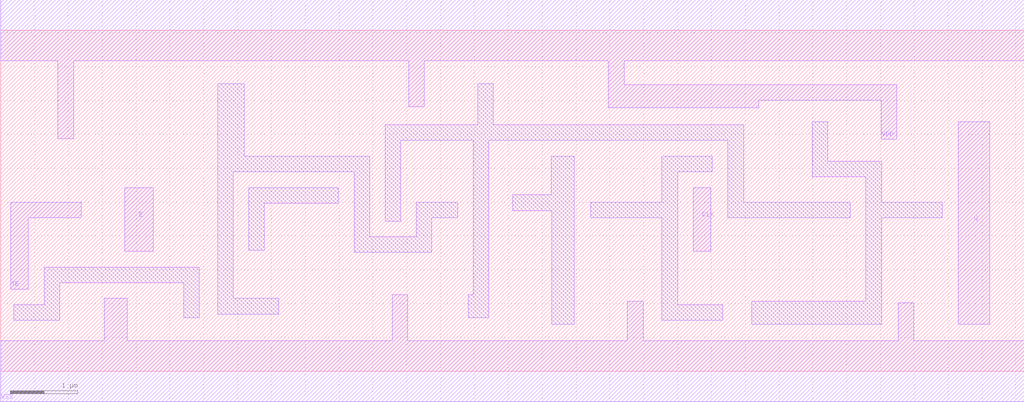
<source format=lef>
# Copyright 2022 GlobalFoundries PDK Authors
#
# Licensed under the Apache License, Version 2.0 (the "License");
# you may not use this file except in compliance with the License.
# You may obtain a copy of the License at
#
#      http://www.apache.org/licenses/LICENSE-2.0
#
# Unless required by applicable law or agreed to in writing, software
# distributed under the License is distributed on an "AS IS" BASIS,
# WITHOUT WARRANTIES OR CONDITIONS OF ANY KIND, either express or implied.
# See the License for the specific language governing permissions and
# limitations under the License.

MACRO gf180mcu_fd_sc_mcu9t5v0__icgtp_1
  CLASS core ;
  FOREIGN gf180mcu_fd_sc_mcu9t5v0__icgtp_1 0.0 0.0 ;
  ORIGIN 0 0 ;
  SYMMETRY X Y ;
  SITE GF018hv5v_green_sc9 ;
  SIZE 15.12 BY 5.04 ;
  PIN CLK
    DIRECTION INPUT ;
    USE clock ;
    ANTENNAGATEAREA 2.22 ;
    PORT
      LAYER METAL1 ;
        POLYGON 10.23 1.77 10.49 1.77 10.49 2.71 10.23 2.71  ;
    END
  END CLK
  PIN E
    DIRECTION INPUT ;
    ANTENNAGATEAREA 1.11 ;
    PORT
      LAYER METAL1 ;
        POLYGON 1.83 1.77 2.255 1.77 2.255 2.71 1.83 2.71  ;
    END
  END E
  PIN TE
    DIRECTION INPUT ;
    ANTENNAGATEAREA 1.11 ;
    PORT
      LAYER METAL1 ;
        POLYGON 0.15 1.21 0.41 1.21 0.41 2.27 1.19 2.27 1.19 2.5 0.15 2.5  ;
    END
  END TE
  PIN Q
    DIRECTION OUTPUT ;
    ANTENNADIFFAREA 1.2452 ;
    PORT
      LAYER METAL1 ;
        POLYGON 14.15 0.695 14.61 0.695 14.61 3.685 14.15 3.685  ;
    END
  END Q
  PIN VDD
    DIRECTION INOUT ;
    USE power ;
    SHAPE ABUTMENT ;
    PORT
      LAYER METAL1 ;
        POLYGON 9.21 4.59 13.915 4.59 15.12 4.59 15.12 5.49 13.915 5.49 2.935 5.49 0 5.49 0 4.59 0.845 4.59 0.845 3.435 1.075 3.435 1.075 4.59 2.935 4.59 6.025 4.59 6.025 3.91 6.255 3.91 6.255 4.59 8.98 4.59 8.98 3.895 11.2 3.895 11.2 4.005 13.01 4.005 13.01 3.425 13.24 3.425 13.24 4.235 9.21 4.235  ;
    END
  END VDD
  PIN VSS
    DIRECTION INOUT ;
    USE ground ;
    SHAPE ABUTMENT ;
    PORT
      LAYER METAL1 ;
        POLYGON 0 -0.45 15.12 -0.45 15.12 0.45 13.49 0.45 13.49 1.015 13.26 1.015 13.26 0.45 9.49 0.45 9.49 1.035 9.26 1.035 9.26 0.45 6.015 0.45 6.015 1.13 5.785 1.13 5.785 0.45 1.87 0.45 1.87 1.075 1.53 1.075 1.53 0.45 0 0.45  ;
    END
  END VSS
  OBS
      LAYER METAL1 ;
        POLYGON 0.19 0.75 0.87 0.75 0.87 1.305 2.705 1.305 2.705 0.79 2.935 0.79 2.935 1.535 0.64 1.535 0.64 0.98 0.19 0.98  ;
        POLYGON 3.665 1.79 3.895 1.79 3.895 2.485 4.99 2.485 4.99 2.715 3.665 2.715  ;
        POLYGON 3.435 2.945 5.22 2.945 5.22 1.755 6.37 1.755 6.37 2.27 6.75 2.27 6.75 2.5 6.14 2.5 6.14 1.985 5.45 1.985 5.45 3.175 3.595 3.175 3.595 4.245 3.205 4.245 3.205 0.845 4.11 0.845 4.11 1.075 3.435 1.075  ;
        POLYGON 7.565 2.375 8.14 2.375 8.14 0.695 8.475 0.695 8.475 3.18 8.135 3.18 8.135 2.605 7.565 2.605  ;
        POLYGON 8.715 2.27 9.77 2.27 9.77 0.75 10.665 0.75 10.665 0.98 10 0.98 10 2.95 10.515 2.95 10.515 3.18 9.77 3.18 9.77 2.5 8.715 2.5  ;
        POLYGON 5.68 2.215 5.91 2.215 5.91 3.41 6.98 3.41 6.98 1.13 6.905 1.13 6.905 0.79 7.21 0.79 7.21 3.41 10.745 3.41 10.745 2.27 12.555 2.27 12.555 2.5 10.975 2.5 10.975 3.64 7.275 3.64 7.275 4.245 7.045 4.245 7.045 3.64 5.68 3.64  ;
        POLYGON 11.99 2.875 12.785 2.875 12.785 1.035 11.1 1.035 11.1 0.695 13.015 0.695 13.015 2.27 13.915 2.27 13.915 2.5 13.015 2.5 13.015 3.105 12.22 3.105 12.22 3.685 11.99 3.685  ;
  END
END gf180mcu_fd_sc_mcu9t5v0__icgtp_1

</source>
